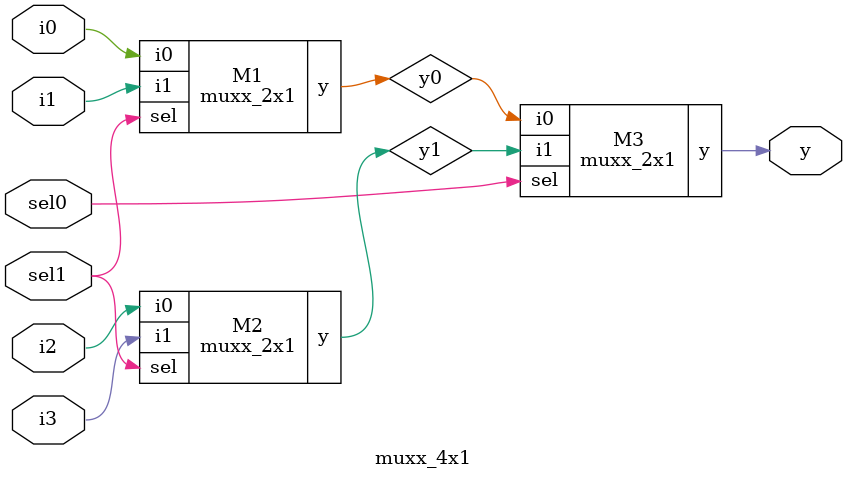
<source format=v>
`timescale 1ns / 1ps

module muxx_2x1(
	input sel,
	input i0,i1,
	output y
);

assign y = sel ? i1:i0;
endmodule

module muxx_4x1(
	input i0,i1,i2,i3,
	input sel1,sel0,
	output y
);

wire y0,y1;

muxx_2x1 M1(sel1,i0,i1,y0);
muxx_2x1 M2(sel1,i2,i3,y1);
muxx_2x1 M3(sel0,y0,y1,y);


endmodule
</source>
